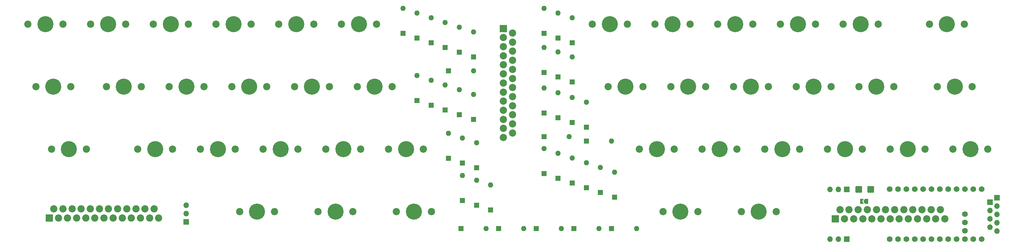
<source format=gbr>
%TF.GenerationSoftware,KiCad,Pcbnew,7.0.7*%
%TF.CreationDate,2023-09-01T02:06:52-04:00*%
%TF.ProjectId,rowStaggeredSplit,726f7753-7461-4676-9765-72656453706c,rev?*%
%TF.SameCoordinates,Original*%
%TF.FileFunction,Soldermask,Top*%
%TF.FilePolarity,Negative*%
%FSLAX46Y46*%
G04 Gerber Fmt 4.6, Leading zero omitted, Abs format (unit mm)*
G04 Created by KiCad (PCBNEW 7.0.7) date 2023-09-01 02:06:52*
%MOMM*%
%LPD*%
G01*
G04 APERTURE LIST*
G04 Aperture macros list*
%AMRoundRect*
0 Rectangle with rounded corners*
0 $1 Rounding radius*
0 $2 $3 $4 $5 $6 $7 $8 $9 X,Y pos of 4 corners*
0 Add a 4 corners polygon primitive as box body*
4,1,4,$2,$3,$4,$5,$6,$7,$8,$9,$2,$3,0*
0 Add four circle primitives for the rounded corners*
1,1,$1+$1,$2,$3*
1,1,$1+$1,$4,$5*
1,1,$1+$1,$6,$7*
1,1,$1+$1,$8,$9*
0 Add four rect primitives between the rounded corners*
20,1,$1+$1,$2,$3,$4,$5,0*
20,1,$1+$1,$4,$5,$6,$7,0*
20,1,$1+$1,$6,$7,$8,$9,0*
20,1,$1+$1,$8,$9,$2,$3,0*%
%AMFreePoly0*
4,1,6,1.000000,0.000000,0.500000,-0.750000,-0.500000,-0.750000,-0.500000,0.750000,0.500000,0.750000,1.000000,0.000000,1.000000,0.000000,$1*%
%AMFreePoly1*
4,1,6,0.500000,-0.750000,-0.650000,-0.750000,-0.150000,0.000000,-0.650000,0.750000,0.500000,0.750000,0.500000,-0.750000,0.500000,-0.750000,$1*%
G04 Aperture macros list end*
%ADD10C,2.200000*%
%ADD11C,4.900000*%
%ADD12RoundRect,0.250000X-0.750000X-0.750000X0.750000X-0.750000X0.750000X0.750000X-0.750000X0.750000X0*%
%ADD13R,1.600000X1.600000*%
%ADD14O,1.600000X1.600000*%
%ADD15R,1.700000X1.700000*%
%ADD16O,1.700000X1.700000*%
%ADD17R,2.200000X2.200000*%
%ADD18C,1.752600*%
%ADD19FreePoly0,180.000000*%
%ADD20FreePoly1,180.000000*%
G04 APERTURE END LIST*
D10*
%TO.C,MX6*%
X154842500Y-196215000D03*
X144242500Y-196215000D03*
D11*
X149542500Y-196215000D03*
%TD*%
D10*
%TO.C,MX24*%
X335817500Y-215265000D03*
X325217500Y-215265000D03*
D11*
X330517500Y-215265000D03*
%TD*%
D10*
%TO.C,MX39*%
X171511250Y-253365000D03*
X160911250Y-253365000D03*
D11*
X166211250Y-253365000D03*
%TD*%
D10*
%TO.C,MX40*%
X252473750Y-253365000D03*
X241873750Y-253365000D03*
D11*
X247173750Y-253365000D03*
%TD*%
D10*
%TO.C,MX14*%
X83405000Y-215265000D03*
X72805000Y-215265000D03*
D11*
X78105000Y-215265000D03*
%TD*%
D10*
%TO.C,MX10*%
X288192500Y-196215000D03*
X277592500Y-196215000D03*
D11*
X282892500Y-196215000D03*
%TD*%
D10*
%TO.C,MX7*%
X231042500Y-196215000D03*
X220442500Y-196215000D03*
D11*
X225742500Y-196215000D03*
%TD*%
D10*
%TO.C,MX11*%
X307242500Y-196215000D03*
X296642500Y-196215000D03*
D11*
X301942500Y-196215000D03*
%TD*%
D10*
%TO.C,MX16*%
X121505000Y-215265000D03*
X110905000Y-215265000D03*
D11*
X116205000Y-215265000D03*
%TD*%
D10*
%TO.C,MX37*%
X123886250Y-253365000D03*
X113286250Y-253365000D03*
D11*
X118586250Y-253365000D03*
%TD*%
D10*
%TO.C,MX33*%
X283430000Y-234315000D03*
X272830000Y-234315000D03*
D11*
X278130000Y-234315000D03*
%TD*%
D10*
%TO.C,MX22*%
X292955000Y-215265000D03*
X282355000Y-215265000D03*
D11*
X287655000Y-215265000D03*
%TD*%
D10*
%TO.C,MX25*%
X66736250Y-234315000D03*
X56136250Y-234315000D03*
D11*
X61436250Y-234315000D03*
%TD*%
D10*
%TO.C,MX2*%
X78642500Y-196215000D03*
X68042500Y-196215000D03*
D11*
X73342500Y-196215000D03*
%TD*%
D10*
%TO.C,MX5*%
X135792500Y-196215000D03*
X125192500Y-196215000D03*
D11*
X130492500Y-196215000D03*
%TD*%
D10*
%TO.C,MX21*%
X273905000Y-215265000D03*
X263305000Y-215265000D03*
D11*
X268605000Y-215265000D03*
%TD*%
D10*
%TO.C,MX1*%
X59592500Y-196215000D03*
X48992500Y-196215000D03*
D11*
X54292500Y-196215000D03*
%TD*%
D10*
%TO.C,MX27*%
X111980000Y-234315000D03*
X101380000Y-234315000D03*
D11*
X106680000Y-234315000D03*
%TD*%
D10*
%TO.C,MX36*%
X340580000Y-234315000D03*
X329980000Y-234315000D03*
D11*
X335280000Y-234315000D03*
%TD*%
D10*
%TO.C,MX13*%
X61973750Y-215265000D03*
X51373750Y-215265000D03*
D11*
X56673750Y-215265000D03*
%TD*%
D10*
%TO.C,MX18*%
X159605000Y-215265000D03*
X149005000Y-215265000D03*
D11*
X154305000Y-215265000D03*
%TD*%
D10*
%TO.C,MX12*%
X333436250Y-196215000D03*
X322836250Y-196215000D03*
D11*
X328136250Y-196215000D03*
%TD*%
D10*
%TO.C,MX9*%
X269142500Y-196215000D03*
X258542500Y-196215000D03*
D11*
X263842500Y-196215000D03*
%TD*%
D10*
%TO.C,MX30*%
X169130000Y-234315000D03*
X158530000Y-234315000D03*
D11*
X163830000Y-234315000D03*
%TD*%
D10*
%TO.C,MX20*%
X254855000Y-215265000D03*
X244255000Y-215265000D03*
D11*
X249555000Y-215265000D03*
%TD*%
D10*
%TO.C,MX38*%
X147698750Y-253365000D03*
X137098750Y-253365000D03*
D11*
X142398750Y-253365000D03*
%TD*%
D10*
%TO.C,MX19*%
X235805000Y-215265000D03*
X225205000Y-215265000D03*
D11*
X230505000Y-215265000D03*
%TD*%
D10*
%TO.C,MX3*%
X97692500Y-196215000D03*
X87092500Y-196215000D03*
D11*
X92392500Y-196215000D03*
%TD*%
D10*
%TO.C,MX32*%
X264380000Y-234315000D03*
X253780000Y-234315000D03*
D11*
X259080000Y-234315000D03*
%TD*%
D10*
%TO.C,MX15*%
X102455000Y-215265000D03*
X91855000Y-215265000D03*
D11*
X97155000Y-215265000D03*
%TD*%
D10*
%TO.C,MX35*%
X321530000Y-234315000D03*
X310930000Y-234315000D03*
D11*
X316230000Y-234315000D03*
%TD*%
D10*
%TO.C,MX29*%
X150080000Y-234315000D03*
X139480000Y-234315000D03*
D11*
X144780000Y-234315000D03*
%TD*%
D10*
%TO.C,MX31*%
X245330000Y-234315000D03*
X234730000Y-234315000D03*
D11*
X240030000Y-234315000D03*
%TD*%
D10*
%TO.C,MX28*%
X131030000Y-234315000D03*
X120430000Y-234315000D03*
D11*
X125730000Y-234315000D03*
%TD*%
D10*
%TO.C,MX4*%
X116742500Y-196215000D03*
X106142500Y-196215000D03*
D11*
X111442500Y-196215000D03*
%TD*%
D10*
%TO.C,MX23*%
X312005000Y-215265000D03*
X301405000Y-215265000D03*
D11*
X306705000Y-215265000D03*
%TD*%
D10*
%TO.C,MX17*%
X140555000Y-215265000D03*
X129955000Y-215265000D03*
D11*
X135255000Y-215265000D03*
%TD*%
D10*
%TO.C,MX8*%
X250092500Y-196215000D03*
X239492500Y-196215000D03*
D11*
X244792500Y-196215000D03*
%TD*%
D10*
%TO.C,MX26*%
X92930000Y-234315000D03*
X82330000Y-234315000D03*
D11*
X87630000Y-234315000D03*
%TD*%
D10*
%TO.C,MX41*%
X276286250Y-253365000D03*
X265686250Y-253365000D03*
D11*
X270986250Y-253365000D03*
%TD*%
D10*
%TO.C,MX34*%
X302480000Y-234315000D03*
X291880000Y-234315000D03*
D11*
X297180000Y-234315000D03*
%TD*%
D12*
%TO.C,J4*%
X301305000Y-246600000D03*
%TD*%
D13*
%TO.C,D12*%
X214310000Y-213836250D03*
D14*
X214310000Y-206216250D03*
%TD*%
D13*
%TO.C,D23*%
X205740000Y-230505000D03*
D14*
X213360000Y-230505000D03*
%TD*%
D15*
%TO.C,J3*%
X343350000Y-249140000D03*
D16*
X343350000Y-251680000D03*
X343350000Y-254220000D03*
X343350000Y-256760000D03*
X343350000Y-259300000D03*
%TD*%
D13*
%TO.C,D33*%
X214312500Y-244697500D03*
D14*
X214312500Y-237077500D03*
%TD*%
D13*
%TO.C,D17*%
X171450000Y-220980000D03*
D14*
X171450000Y-213360000D03*
%TD*%
D13*
%TO.C,D16*%
X175736250Y-222408750D03*
D14*
X175736250Y-214788750D03*
%TD*%
D13*
%TO.C,D25*%
X189530000Y-252880000D03*
D14*
X189530000Y-245260000D03*
%TD*%
D13*
%TO.C,D3*%
X171450000Y-201930000D03*
D14*
X171450000Y-194310000D03*
%TD*%
D13*
%TO.C,D41*%
X214788750Y-258603750D03*
D14*
X222408750Y-258603750D03*
%TD*%
D15*
%TO.C,J6*%
X297675000Y-246645000D03*
D16*
X295135000Y-246645000D03*
X292595000Y-246645000D03*
%TD*%
D13*
%TO.C,D31*%
X205740000Y-241840000D03*
D14*
X205740000Y-234220000D03*
%TD*%
D13*
%TO.C,D40*%
X226218750Y-258603750D03*
D14*
X233838750Y-258603750D03*
%TD*%
D13*
%TO.C,D14*%
X184308750Y-225266250D03*
D14*
X184308750Y-217646250D03*
%TD*%
D13*
%TO.C,D20*%
X214312500Y-226218750D03*
D14*
X214312500Y-218598750D03*
%TD*%
D13*
%TO.C,D28*%
X185261250Y-240030000D03*
D14*
X185261250Y-232410000D03*
%TD*%
D15*
%TO.C,J7*%
X297715000Y-261830000D03*
D16*
X295175000Y-261830000D03*
X292635000Y-261830000D03*
%TD*%
D17*
%TO.C,J1*%
X193357500Y-197577500D03*
D10*
X193357500Y-200347500D03*
X193357500Y-203117500D03*
X193357500Y-205887500D03*
X193357500Y-208657500D03*
X193357500Y-211427500D03*
X193357500Y-214197500D03*
X193357500Y-216967500D03*
X193357500Y-219737500D03*
X193357500Y-222507500D03*
X193357500Y-225277500D03*
X193357500Y-228047500D03*
X193357500Y-230817500D03*
X196197500Y-198962500D03*
X196197500Y-201732500D03*
X196197500Y-204502500D03*
X196197500Y-207272500D03*
X196197500Y-210042500D03*
X196197500Y-212812500D03*
X196197500Y-215582500D03*
X196197500Y-218352500D03*
X196197500Y-221122500D03*
X196197500Y-223892500D03*
X196197500Y-226662500D03*
X196197500Y-229432500D03*
%TD*%
D13*
%TO.C,D30*%
X176688750Y-237172500D03*
D14*
X176688750Y-229552500D03*
%TD*%
D18*
%TO.C,U1*%
X310780000Y-261820000D03*
X313320000Y-261820000D03*
X315860000Y-261820000D03*
X318400000Y-261820000D03*
X320940000Y-261820000D03*
X323480000Y-261820000D03*
X326020000Y-261820000D03*
X328560000Y-261820000D03*
X331100000Y-261820000D03*
X333640000Y-261820000D03*
X336180000Y-261820000D03*
X338720000Y-261820000D03*
X338720000Y-246580000D03*
X336180000Y-246580000D03*
X333640000Y-246580000D03*
X331100000Y-246580000D03*
X328560000Y-246580000D03*
X326020000Y-246580000D03*
X323480000Y-246580000D03*
X320940000Y-246580000D03*
X318400000Y-246580000D03*
X315860000Y-246580000D03*
X313320000Y-246580000D03*
X310780000Y-246580000D03*
X333640000Y-259280000D03*
X333640000Y-256740000D03*
X333640000Y-254200000D03*
%TD*%
D13*
%TO.C,D26*%
X185250000Y-251460000D03*
D14*
X185250000Y-243840000D03*
%TD*%
D19*
%TO.C,JP4*%
X303755000Y-250260000D03*
D20*
X302305000Y-250260000D03*
%TD*%
D13*
%TO.C,D5*%
X180022500Y-204787500D03*
D14*
X180022500Y-197167500D03*
%TD*%
D13*
%TO.C,D24*%
X218598750Y-231933750D03*
D14*
X226218750Y-231933750D03*
%TD*%
D13*
%TO.C,D13*%
X176680000Y-210480000D03*
D14*
X184300000Y-210480000D03*
%TD*%
D13*
%TO.C,D21*%
X210026250Y-224790000D03*
D14*
X210026250Y-217170000D03*
%TD*%
D13*
%TO.C,D9*%
X214312500Y-201930000D03*
D14*
X214312500Y-194310000D03*
%TD*%
D13*
%TO.C,D6*%
X184308750Y-206216250D03*
D14*
X184308750Y-198596250D03*
%TD*%
D13*
%TO.C,D34*%
X218598750Y-246126250D03*
D14*
X218598750Y-238506250D03*
%TD*%
D13*
%TO.C,D29*%
X180975000Y-238601250D03*
D14*
X180975000Y-230981250D03*
%TD*%
D13*
%TO.C,D22*%
X205740000Y-223361250D03*
D14*
X205740000Y-215741250D03*
%TD*%
D13*
%TO.C,D39*%
X180498750Y-258603750D03*
D14*
X188118750Y-258603750D03*
%TD*%
D13*
%TO.C,D4*%
X175736250Y-203358750D03*
D14*
X175736250Y-195738750D03*
%TD*%
D13*
%TO.C,D8*%
X210026250Y-200501250D03*
D14*
X210026250Y-192881250D03*
%TD*%
D13*
%TO.C,D15*%
X180022500Y-223837500D03*
D14*
X180022500Y-216217500D03*
%TD*%
D12*
%TO.C,J5*%
X304955000Y-246600000D03*
%TD*%
D13*
%TO.C,D38*%
X191928750Y-258603750D03*
D14*
X199548750Y-258603750D03*
%TD*%
D13*
%TO.C,D19*%
X218598750Y-227647500D03*
D14*
X218598750Y-220027500D03*
%TD*%
D15*
%TO.C,J9*%
X97025000Y-256525000D03*
D16*
X97025000Y-253985000D03*
X97025000Y-251445000D03*
%TD*%
D13*
%TO.C,D1*%
X162877500Y-199072500D03*
D14*
X162877500Y-191452500D03*
%TD*%
D13*
%TO.C,D7*%
X205740000Y-199072500D03*
D14*
X205740000Y-191452500D03*
%TD*%
D13*
%TO.C,D36*%
X227171250Y-248983750D03*
D14*
X227171250Y-241363750D03*
%TD*%
D13*
%TO.C,D11*%
X210026250Y-212370000D03*
D14*
X210026250Y-204750000D03*
%TD*%
D13*
%TO.C,D32*%
X210026250Y-243268750D03*
D14*
X210026250Y-235648750D03*
%TD*%
D15*
%TO.C,J10*%
X341225000Y-250510000D03*
D16*
X341225000Y-253050000D03*
X341225000Y-255590000D03*
X341225000Y-258130000D03*
%TD*%
D13*
%TO.C,D27*%
X180960000Y-250020000D03*
D14*
X180960000Y-242400000D03*
%TD*%
D13*
%TO.C,D18*%
X167163750Y-219551250D03*
D14*
X167163750Y-211931250D03*
%TD*%
D13*
%TO.C,D2*%
X167163750Y-200501250D03*
D14*
X167163750Y-192881250D03*
%TD*%
D13*
%TO.C,D10*%
X205740000Y-210970000D03*
D14*
X205740000Y-203350000D03*
%TD*%
D13*
%TO.C,D35*%
X222885000Y-247555000D03*
D14*
X222885000Y-239935000D03*
%TD*%
D13*
%TO.C,D37*%
X203358750Y-258603750D03*
D14*
X210978750Y-258603750D03*
%TD*%
D17*
%TO.C,J2*%
X294260000Y-255640000D03*
D10*
X297030000Y-255640000D03*
X299800000Y-255640000D03*
X302570000Y-255640000D03*
X305340000Y-255640000D03*
X308110000Y-255640000D03*
X310880000Y-255640000D03*
X313650000Y-255640000D03*
X316420000Y-255640000D03*
X319190000Y-255640000D03*
X321960000Y-255640000D03*
X324730000Y-255640000D03*
X327500000Y-255640000D03*
X295645000Y-252800000D03*
X298415000Y-252800000D03*
X301185000Y-252800000D03*
X303955000Y-252800000D03*
X306725000Y-252800000D03*
X309495000Y-252800000D03*
X312265000Y-252800000D03*
X315035000Y-252800000D03*
X317805000Y-252800000D03*
X320575000Y-252800000D03*
X323345000Y-252800000D03*
X326115000Y-252800000D03*
%TD*%
D17*
%TO.C,J8*%
X55455000Y-255390000D03*
D10*
X58225000Y-255390000D03*
X60995000Y-255390000D03*
X63765000Y-255390000D03*
X66535000Y-255390000D03*
X69305000Y-255390000D03*
X72075000Y-255390000D03*
X74845000Y-255390000D03*
X77615000Y-255390000D03*
X80385000Y-255390000D03*
X83155000Y-255390000D03*
X85925000Y-255390000D03*
X88695000Y-255390000D03*
X56840000Y-252550000D03*
X59610000Y-252550000D03*
X62380000Y-252550000D03*
X65150000Y-252550000D03*
X67920000Y-252550000D03*
X70690000Y-252550000D03*
X73460000Y-252550000D03*
X76230000Y-252550000D03*
X79000000Y-252550000D03*
X81770000Y-252550000D03*
X84540000Y-252550000D03*
X87310000Y-252550000D03*
%TD*%
M02*

</source>
